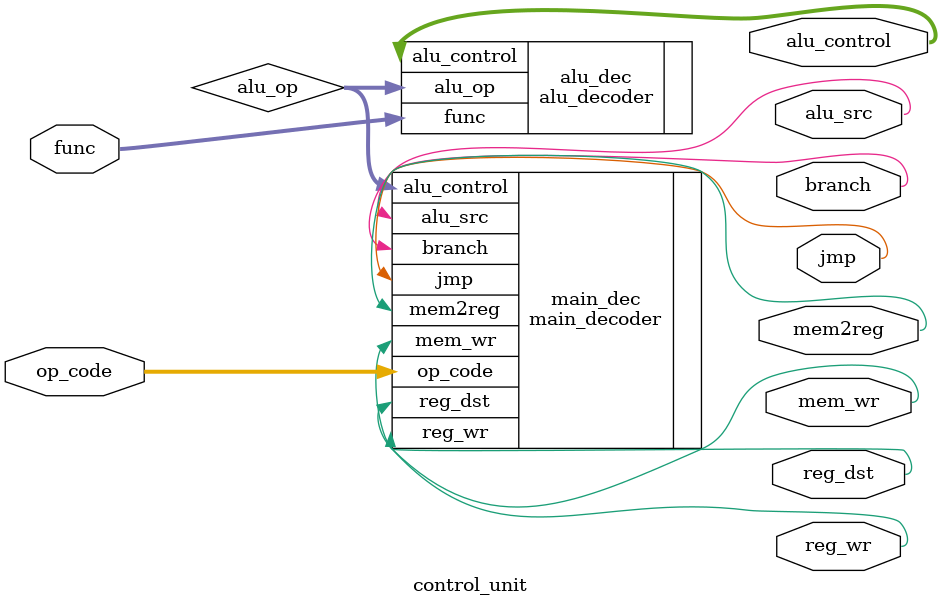
<source format=v>
module control_unit 
#(parameter width_code=6,width_alu_control=3)
(input [width_code-1:0] op_code,
input [width_code-1:0] func,
output [width_alu_control-1:0] alu_control,
output mem2reg,
output mem_wr,
output branch,
output alu_src,
output reg_dst,
output reg_wr,
output jmp 
);

localparam [1:0] width_alu_op=2;
//internal signals 
wire [width_alu_op-1:0] alu_op;

//main decoder
main_decoder main_dec
(.op_code(op_code) ,
.alu_control(alu_op),
.mem2reg(mem2reg),
.mem_wr(mem_wr),
.branch(branch),
.alu_src(alu_src),
.reg_dst(reg_dst),
.reg_wr(reg_wr),
.jmp(jmp) 
);
//alu_decoder 
alu_decoder alu_dec
(.func(func),
.alu_op(alu_op),
.alu_control(alu_control)
);
endmodule 
</source>
